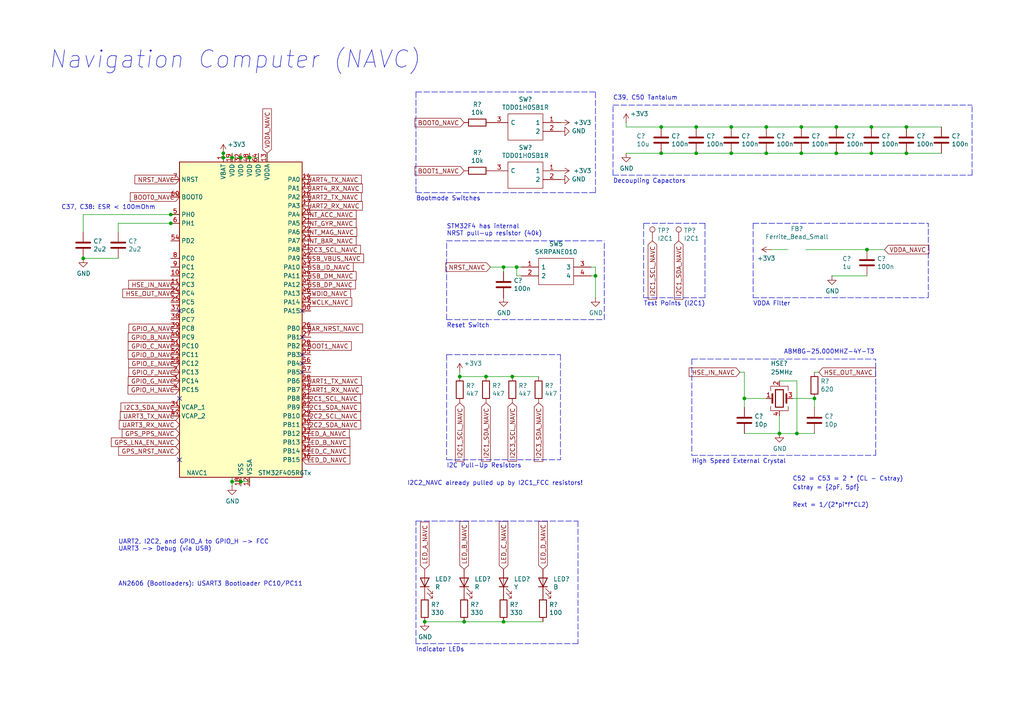
<source format=kicad_sch>
(kicad_sch (version 20250114) (generator "eeschema") (generator_version "9.0")
  (paper "A4")
  (title_block (title "Navigation Computer") (date "2019-10-27") (rev "0.1"))
  (lib_symbols
    (symbol "Connector:TestPoint" (pin_numbers (hide yes)) (pin_names (offset 0.762) (hide yes))
      (property "Reference" "TP" (at 0 6.858 0))
      (property "Value" "TestPoint" (at 0 5.08 0))
      (symbol "TestPoint_0_1"
        (circle (center 0 3.302) (radius 0.762))
      )
      (symbol "TestPoint_1_1"
        (pin passive line (at 0 0 90) (length 2.54) (name "1") (number "1"))
      )
    )
    (symbol "Device:C" (pin_numbers (hide yes)) (pin_names (offset 0.254))
      (property "Reference" "C" (at 0.635 2.54 0))
      (property "Value" "C" (at 0.635 -2.54 0))
      (symbol "C_0_1"
        (polyline (pts (xy -2.032 0.762) (xy 2.032 0.762)) (stroke (width 0.508)))
        (polyline (pts (xy -2.032 -0.762) (xy 2.032 -0.762)) (stroke (width 0.508)))
      )
      (symbol "C_1_1"
        (pin passive line (at 0 3.81 270) (length 2.794) (name "~") (number "1"))
        (pin passive line (at 0 -3.81 90) (length 2.794) (name "~") (number "2"))
      )
    )
    (symbol "Device:Crystal_GND24" (pin_names (offset 1.016) (hide yes))
      (property "Reference" "Y" (at 3.175 5.08 0))
      (property "Value" "Crystal_GND24" (at 3.175 3.175 0))
      (symbol "Crystal_GND24_0_1"
        (polyline (pts (xy -2.54 2.286) (xy -2.54 3.556) (xy 2.54 3.556) (xy 2.54 2.286)))
        (polyline (pts (xy -2.54 0) (xy -2.032 0)))
        (polyline (pts (xy -2.54 -2.286) (xy -2.54 -3.556) (xy 2.54 -3.556) (xy 2.54 -2.286)))
        (polyline (pts (xy -2.032 -1.27) (xy -2.032 1.27)) (stroke (width 0.508)))
        (rectangle (start -1.143 2.54) (end 1.143 -2.54) (stroke (width 0.3048)))
        (polyline (pts (xy 0 3.556) (xy 0 3.81)))
        (polyline (pts (xy 0 -3.81) (xy 0 -3.556)))
        (polyline (pts (xy 2.032 0) (xy 2.54 0)))
        (polyline (pts (xy 2.032 -1.27) (xy 2.032 1.27)) (stroke (width 0.508)))
      )
      (symbol "Crystal_GND24_1_1"
        (pin passive line (at -3.81 0 0) (length 1.27) (name "1") (number "1"))
        (pin passive line (at 0 5.08 270) (length 1.27) (name "2") (number "2"))
        (pin passive line (at 0 -5.08 90) (length 1.27) (name "4") (number "4"))
        (pin passive line (at 3.81 0 180) (length 1.27) (name "3") (number "3"))
      )
    )
    (symbol "Device:LED" (pin_numbers (hide yes)) (pin_names (offset 1.016) (hide yes))
      (property "Reference" "D" (at 0 2.54 0))
      (property "Value" "LED" (at 0 -2.54 0))
      (symbol "LED_0_1"
        (polyline (pts (xy -3.048 -0.762) (xy -4.572 -2.286) (xy -3.81 -2.286) (xy -4.572 -2.286) (xy -4.572 -1.524)))
        (polyline (pts (xy -1.778 -0.762) (xy -3.302 -2.286) (xy -2.54 -2.286) (xy -3.302 -2.286) (xy -3.302 -1.524)))
        (polyline (pts (xy -1.27 0) (xy 1.27 0)))
        (polyline (pts (xy -1.27 -1.27) (xy -1.27 1.27)) (stroke (width 0.254)))
        (polyline (pts (xy 1.27 -1.27) (xy 1.27 1.27) (xy -1.27 0) (xy 1.27 -1.27)) (stroke (width 0.254)))
      )
      (symbol "LED_1_1"
        (pin passive line (at -3.81 0 0) (length 2.54) (name "K") (number "1"))
        (pin passive line (at 3.81 0 180) (length 2.54) (name "A") (number "2"))
      )
    )
    (symbol "Device:R" (pin_numbers (hide yes)) (pin_names (offset 0))
      (property "Reference" "R" (at 2.032 0 90))
      (property "Value" "R" (at 0 0 90))
      (symbol "R_0_1"
        (rectangle (start -1.016 -2.54) (end 1.016 2.54) (stroke (width 0.254)))
      )
      (symbol "R_1_1"
        (pin passive line (at 0 3.81 270) (length 1.27) (name "~") (number "1"))
        (pin passive line (at 0 -3.81 90) (length 1.27) (name "~") (number "2"))
      )
    )
    (symbol "MCU_ST_STM32F4:STM32F405RGTx"
      (property "Reference" "U" (at -17.78 46.99 0))
      (property "Value" "STM32F405RGTx" (at 10.16 46.99 0))
      (symbol "STM32F405RGTx_0_1"
        (rectangle (start -17.78 -45.72) (end 17.78 45.72) (stroke (width 0.254)) (fill (type background)))
      )
      (symbol "STM32F405RGTx_1_1"
        (pin input line (at -20.32 40.64 0) (length 2.54) (name "NRST") (number "7"))
        (pin input line (at -20.32 35.56 0) (length 2.54) (name "BOOT0") (number "60"))
        (pin bidirectional line (at -20.32 30.48 0) (length 2.54) (name "PH0") (number "5"))
        (pin bidirectional line (at -20.32 27.94 0) (length 2.54) (name "PH1") (number "6"))
        (pin bidirectional line (at -20.32 22.86 0) (length 2.54) (name "PD2") (number "54"))
        (pin bidirectional line (at -20.32 17.78 0) (length 2.54) (name "PC0") (number "8"))
        (pin bidirectional line (at -20.32 15.24 0) (length 2.54) (name "PC1") (number "9"))
        (pin bidirectional line (at -20.32 12.7 0) (length 2.54) (name "PC2") (number "10"))
        (pin bidirectional line (at -20.32 10.16 0) (length 2.54) (name "PC3") (number "11"))
        (pin bidirectional line (at -20.32 7.62 0) (length 2.54) (name "PC4") (number "24"))
        (pin bidirectional line (at -20.32 5.08 0) (length 2.54) (name "PC5") (number "25"))
        (pin bidirectional line (at -20.32 2.54 0) (length 2.54) (name "PC6") (number "37"))
        (pin bidirectional line (at -20.32 0 0) (length 2.54) (name "PC7") (number "38"))
        (pin bidirectional line (at -20.32 -2.54 0) (length 2.54) (name "PC8") (number "39"))
        (pin bidirectional line (at -20.32 -5.08 0) (length 2.54) (name "PC9") (number "40"))
        (pin bidirectional line (at -20.32 -7.62 0) (length 2.54) (name "PC10") (number "51"))
        (pin bidirectional line (at -20.32 -10.16 0) (length 2.54) (name "PC11") (number "52"))
        (pin bidirectional line (at -20.32 -12.7 0) (length 2.54) (name "PC12") (number "53"))
        (pin bidirectional line (at -20.32 -15.24 0) (length 2.54) (name "PC13") (number "2"))
        (pin bidirectional line (at -20.32 -17.78 0) (length 2.54) (name "PC14") (number "3"))
        (pin bidirectional line (at -20.32 -20.32 0) (length 2.54) (name "PC15") (number "4"))
        (pin power_out line (at -20.32 -25.4 0) (length 2.54) (name "VCAP_1") (number "31"))
        (pin power_out line (at -20.32 -27.94 0) (length 2.54) (name "VCAP_2") (number "47"))
        (pin power_in line (at -5.08 48.26 270) (length 2.54) (name "VBAT") (number "1"))
        (pin power_in line (at -2.54 48.26 270) (length 2.54) (name "VDD") (number "19"))
        (pin power_in line (at 0 48.26 270) (length 2.54) (name "VDD") (number "32"))
        (pin power_in line (at 0 -48.26 90) (length 2.54) (name "VSS") (number "18"))
        (pin passive line (at 0 -48.26 90) (length 2.54) (hide yes) (name "VSS") (number "63"))
        (pin power_in line (at 2.54 48.26 270) (length 2.54) (name "VDD") (number "48"))
        (pin power_in line (at 2.54 -48.26 90) (length 2.54) (name "VSSA") (number "12"))
        (pin power_in line (at 5.08 48.26 270) (length 2.54) (name "VDD") (number "64"))
        (pin power_in line (at 7.62 48.26 270) (length 2.54) (name "VDDA") (number "13"))
        (pin bidirectional line (at 20.32 40.64 180) (length 2.54) (name "PA0") (number "14"))
        (pin bidirectional line (at 20.32 38.1 180) (length 2.54) (name "PA1") (number "15"))
        (pin bidirectional line (at 20.32 35.56 180) (length 2.54) (name "PA2") (number "16"))
        (pin bidirectional line (at 20.32 33.02 180) (length 2.54) (name "PA3") (number "17"))
        (pin bidirectional line (at 20.32 30.48 180) (length 2.54) (name "PA4") (number "20"))
        (pin bidirectional line (at 20.32 27.94 180) (length 2.54) (name "PA5") (number "21"))
        (pin bidirectional line (at 20.32 25.4 180) (length 2.54) (name "PA6") (number "22"))
        (pin bidirectional line (at 20.32 22.86 180) (length 2.54) (name "PA7") (number "23"))
        (pin bidirectional line (at 20.32 20.32 180) (length 2.54) (name "PA8") (number "41"))
        (pin bidirectional line (at 20.32 17.78 180) (length 2.54) (name "PA9") (number "42"))
        (pin bidirectional line (at 20.32 15.24 180) (length 2.54) (name "PA10") (number "43"))
        (pin bidirectional line (at 20.32 12.7 180) (length 2.54) (name "PA11") (number "44"))
        (pin bidirectional line (at 20.32 10.16 180) (length 2.54) (name "PA12") (number "45"))
        (pin bidirectional line (at 20.32 7.62 180) (length 2.54) (name "PA13") (number "46"))
        (pin bidirectional line (at 20.32 5.08 180) (length 2.54) (name "PA14") (number "49"))
        (pin bidirectional line (at 20.32 2.54 180) (length 2.54) (name "PA15") (number "50"))
        (pin bidirectional line (at 20.32 -2.54 180) (length 2.54) (name "PB0") (number "26"))
        (pin bidirectional line (at 20.32 -5.08 180) (length 2.54) (name "PB1") (number "27"))
        (pin bidirectional line (at 20.32 -7.62 180) (length 2.54) (name "PB2") (number "28"))
        (pin bidirectional line (at 20.32 -10.16 180) (length 2.54) (name "PB3") (number "55"))
        (pin bidirectional line (at 20.32 -12.7 180) (length 2.54) (name "PB4") (number "56"))
        (pin bidirectional line (at 20.32 -15.24 180) (length 2.54) (name "PB5") (number "57"))
        (pin bidirectional line (at 20.32 -17.78 180) (length 2.54) (name "PB6") (number "58"))
        (pin bidirectional line (at 20.32 -20.32 180) (length 2.54) (name "PB7") (number "59"))
        (pin bidirectional line (at 20.32 -22.86 180) (length 2.54) (name "PB8") (number "61"))
        (pin bidirectional line (at 20.32 -25.4 180) (length 2.54) (name "PB9") (number "62"))
        (pin bidirectional line (at 20.32 -27.94 180) (length 2.54) (name "PB10") (number "29"))
        (pin bidirectional line (at 20.32 -30.48 180) (length 2.54) (name "PB11") (number "30"))
        (pin bidirectional line (at 20.32 -33.02 180) (length 2.54) (name "PB12") (number "33"))
        (pin bidirectional line (at 20.32 -35.56 180) (length 2.54) (name "PB13") (number "34"))
        (pin bidirectional line (at 20.32 -38.1 180) (length 2.54) (name "PB14") (number "35"))
        (pin bidirectional line (at 20.32 -40.64 180) (length 2.54) (name "PB15") (number "36"))
      )
    )
    (symbol "SKRPANE010:SKRPANE010" (pin_names (offset 0.762))
      (property "Reference" "S" (at 16.51 7.62 0))
      (property "Value" "SKRPANE010" (at 16.51 5.08 0))
      (symbol "SKRPANE010_0_0"
        (pin unspecified line (at 0 0 0) (length 5.08) (name "1") (number "1"))
        (pin unspecified line (at 0 -2.54 0) (length 5.08) (name "2") (number "2"))
        (pin unspecified line (at 20.32 0 180) (length 5.08) (name "3") (number "3"))
        (pin unspecified line (at 20.32 -2.54 180) (length 5.08) (name "4") (number "4"))
      )
      (symbol "SKRPANE010_0_1"
        (polyline (pts (xy 5.08 2.54) (xy 15.24 2.54) (xy 15.24 -5.08) (xy 5.08 -5.08) (xy 5.08 2.54)) (stroke (width 0.1524)))
      )
    )
    (symbol "TDD01H0SB1R:TDD01H0SB1R" (pin_names (offset 0.762))
      (property "Reference" "S" (at 16.51 7.62 0))
      (property "Value" "TDD01H0SB1R" (at 16.51 5.08 0))
      (symbol "TDD01H0SB1R_0_0"
        (pin unspecified line (at 0 0 0) (length 5.08) (name "1") (number "1"))
        (pin unspecified line (at 0 -2.54 0) (length 5.08) (name "2") (number "2"))
        (pin unspecified line (at 20.32 0 180) (length 5.08) (name "C") (number "3"))
      )
      (symbol "TDD01H0SB1R_0_1"
        (polyline (pts (xy 5.08 2.54) (xy 15.24 2.54) (xy 15.24 -5.08) (xy 5.08 -5.08) (xy 5.08 2.54)) (stroke (width 0.1524)))
      )
    )
    (symbol "power:+3V3" (power) (pin_numbers (hide yes)) (pin_names (offset 0) (hide yes))
      (property "Value" "+3V3" (at 0 3.556 0))
      (symbol "+3V3_0_1"
        (polyline (pts (xy -0.762 1.27) (xy 0 2.54)))
        (polyline (pts (xy 0 2.54) (xy 0.762 1.27)))
        (polyline (pts (xy 0 0) (xy 0 2.54)))
      )
      (symbol "+3V3_1_1"
        (pin power_in line (at 0 0 90) (length 0) (name "~") (number "1"))
      )
    )
    (symbol "power:GND" (power) (pin_numbers (hide yes)) (pin_names (offset 0) (hide yes))
      (property "Value" "GND" (at 0 -3.81 0))
      (symbol "GND_0_1"
        (polyline (pts (xy 0 0) (xy 0 -1.27) (xy 1.27 -1.27) (xy 0 -2.54) (xy -1.27 -1.27) (xy 0 -1.27)))
      )
      (symbol "GND_1_1"
        (pin power_in line (at 0 0 270) (length 0) (name "~") (number "1"))
      )
    )
  )
  (text "Cstray = {2pF, 5pf}" (at 229.87 142.24 0) (effects (font (size 1.27 1.27)) (justify left bottom)))
  (text "UART2, I2C2, and GPIO_A to GPIO_H -> FCC\nUART3 -> Debug (via USB)\n" (at 34.29 160.02 0) (effects (font (size 1.27 1.27)) (justify left bottom)))
  (text "Indicator LEDs" (at 120.65 189.23 0) (effects (font (size 1.27 1.27)) (justify left bottom)))
  (text "I2C Pull-Up Resistors" (at 129.54 135.89 0) (effects (font (size 1.27 1.27)) (justify left bottom)))
  (text "C39, C50 Tantalum" (at 177.8 29.21 0) (effects (font (size 1.27 1.27)) (justify left bottom)))
  (text "Rext = 1/(2*pi*f*CL2)" (at 229.87 147.32 0) (effects (font (size 1.27 1.27)) (justify left bottom)))
  (text "C52 = C53 = 2 * (CL - Cstray)" (at 229.87 139.7 0) (effects (font (size 1.27 1.27)) (justify left bottom)))
  (text "ABM8G-25.000MHZ-4Y-T3" (at 227.33 102.87 0) (effects (font (size 1.27 1.27)) (justify left bottom)))
  (text "Reset Switch" (at 129.54 95.25 0) (effects (font (size 1.27 1.27)) (justify left bottom)))
  (text "High Speed External Crystal" (at 200.66 134.62 0) (effects (font (size 1.27 1.27)) (justify left bottom)))
  (text "Decoupling Capactors" (at 177.8 53.34 0) (effects (font (size 1.27 1.27)) (justify left bottom)))
  (text "Navigation Computer (NAVC)" (at 13.97 20.32 0) (effects (font (size 5.0038 5.0038) (italic yes)) (justify left bottom)))
  (text "VDDA Filter" (at 218.44 88.9 0) (effects (font (size 1.27 1.27)) (justify left bottom)))
  (text "C37, C38: ESR < 100mOhm" (at 17.78 60.96 0) (effects (font (size 1.27 1.27)) (justify left bottom)))
  (text "STM32F4 has internal\nNRST pull-up resistor (40k)" (at 129.54 68.58 0) (effects (font (size 1.27 1.27)) (justify left bottom)))
  (text "I2C2_NAVC already pulled up by I2C1_FCC resistors!" (at 118.11 140.97 0) (effects (font (size 1.27 1.27)) (justify left bottom)))
  (text "AN2606 (Bootloaders): USART3 Bootloader PC10/PC11" (at 34.29 170.18 0) (effects (font (size 1.27 1.27)) (justify left bottom)))
  (text "Test Points (I2C1)" (at 186.69 88.9 0) (effects (font (size 1.27 1.27)) (justify left bottom)))
  (text "Bootmode Switches" (at 120.65 58.42 0) (effects (font (size 1.27 1.27)) (justify left bottom)))
  (junction (at 201.93 44.45))
  (junction (at 232.41 44.45))
  (junction (at 72.39 45.72))
  (junction (at 201.93 36.83))
  (junction (at 242.57 36.83))
  (junction (at 69.85 45.72))
  (junction (at 215.9 115.57))
  (junction (at 172.72 80.01))
  (junction (at 231.14 125.73))
  (junction (at 67.31 139.7))
  (junction (at 251.46 72.39))
  (junction (at 64.77 44.45))
  (junction (at 149.86 77.47))
  (junction (at 242.57 44.45))
  (junction (at 232.41 36.83))
  (junction (at 49.53 62.23))
  (junction (at 64.77 45.72))
  (junction (at 69.85 139.7))
  (junction (at 148.59 109.22))
  (junction (at 133.35 109.22))
  (junction (at 252.73 36.83))
  (junction (at 140.97 109.22))
  (junction (at 236.22 115.57))
  (junction (at 49.53 64.77))
  (junction (at 146.05 180.34))
  (junction (at 134.62 180.34))
  (junction (at 191.77 36.83))
  (junction (at 191.77 44.45))
  (junction (at 212.09 36.83))
  (junction (at 226.06 125.73))
  (junction (at 123.19 180.34))
  (junction (at 24.13 74.93))
  (junction (at 146.05 77.47))
  (junction (at 222.25 44.45))
  (junction (at 262.89 36.83))
  (junction (at 67.31 45.72))
  (junction (at 212.09 44.45))
  (junction (at 262.89 44.45))
  (junction (at 222.25 36.83))
  (junction (at 252.73 44.45))
  (no_connect (at 87.63 105.41))
  (no_connect (at 52.07 133.35))
  (no_connect (at 87.63 97.79))
  (no_connect (at 87.63 102.87))
  (no_connect (at 52.07 90.17))
  (no_connect (at 52.07 115.57))
  (no_connect (at 87.63 90.17))
  (no_connect (at 87.63 107.95))
  (wire (pts (xy 142.24 77.47) (xy 146.05 77.47)))
  (polyline (pts (xy 172.72 55.88) (xy 172.72 26.67)) (stroke (width 0) (type dash)))
  (wire (pts (xy 67.31 45.72) (xy 67.31 46.99)))
  (wire (pts (xy 64.77 44.45) (xy 64.77 45.72)))
  (wire (pts (xy 74.93 45.72) (xy 72.39 45.72)))
  (polyline (pts (xy 129.54 69.85) (xy 175.26 69.85)) (stroke (width 0) (type dash)))
  (polyline (pts (xy 129.54 92.71) (xy 129.54 69.85)) (stroke (width 0) (type dash)))
  (wire (pts (xy 69.85 45.72) (xy 67.31 45.72)))
  (wire (pts (xy 72.39 139.7) (xy 69.85 139.7)))
  (wire (pts (xy 181.61 35.56) (xy 181.61 36.83)))
  (polyline (pts (xy 204.47 64.77) (xy 186.69 64.77)) (stroke (width 0) (type dash)))
  (polyline (pts (xy 218.44 86.36) (xy 269.24 86.36)) (stroke (width 0) (type dash)))
  (wire (pts (xy 226.06 110.49) (xy 231.14 110.49)))
  (polyline (pts (xy 120.65 26.67) (xy 120.65 55.88)) (stroke (width 0) (type dash)))
  (polyline (pts (xy 269.24 86.36) (xy 269.24 64.77)) (stroke (width 0) (type dash)))
  (polyline (pts (xy 200.66 132.08) (xy 254 132.08)) (stroke (width 0) (type dash)))
  (polyline (pts (xy 218.44 64.77) (xy 269.24 64.77)) (stroke (width 0) (type dash)))
  (wire (pts (xy 212.09 44.45) (xy 201.93 44.45)))
  (wire (pts (xy 222.25 36.83) (xy 232.41 36.83)))
  (wire (pts (xy 149.86 80.01) (xy 149.86 77.47)))
  (wire (pts (xy 146.05 77.47) (xy 149.86 77.47)))
  (polyline (pts (xy 177.8 50.8) (xy 281.94 50.8)) (stroke (width 0) (type dash)))
  (polyline (pts (xy 120.65 26.67) (xy 172.72 26.67)) (stroke (width 0) (type dash)))
  (wire (pts (xy 69.85 139.7) (xy 67.31 139.7)))
  (polyline (pts (xy 200.66 104.14) (xy 254 104.14)) (stroke (width 0) (type dash)))
  (wire (pts (xy 231.14 125.73) (xy 226.06 125.73)))
  (wire (pts (xy 133.35 107.95) (xy 133.35 109.22)))
  (wire (pts (xy 134.62 180.34) (xy 146.05 180.34)))
  (polyline (pts (xy 254 132.08) (xy 254 104.14)) (stroke (width 0) (type dash)))
  (wire (pts (xy 34.29 64.77) (xy 34.29 67.31)))
  (wire (pts (xy 24.13 62.23) (xy 24.13 67.31)))
  (wire (pts (xy 172.72 80.01) (xy 172.72 86.36)))
  (wire (pts (xy 262.89 36.83) (xy 252.73 36.83)))
  (wire (pts (xy 34.29 74.93) (xy 24.13 74.93)))
  (polyline (pts (xy 186.69 86.36) (xy 204.47 86.36)) (stroke (width 0) (type dash)))
  (wire (pts (xy 232.41 44.45) (xy 222.25 44.45)))
  (polyline (pts (xy 200.66 104.14) (xy 200.66 132.08)) (stroke (width 0) (type dash)))
  (wire (pts (xy 77.47 44.45) (xy 77.47 46.99)))
  (wire (pts (xy 215.9 115.57) (xy 222.25 115.57)))
  (wire (pts (xy 171.45 80.01) (xy 172.72 80.01)))
  (polyline (pts (xy 129.54 102.87) (xy 162.56 102.87)) (stroke (width 0) (type dash)))
  (wire (pts (xy 146.05 78.74) (xy 146.05 77.47)))
  (polyline (pts (xy 177.8 30.48) (xy 281.94 30.48)) (stroke (width 0) (type dash)))
  (wire (pts (xy 146.05 180.34) (xy 157.48 180.34)))
  (wire (pts (xy 262.89 44.45) (xy 252.73 44.45)))
  (wire (pts (xy 67.31 139.7) (xy 67.31 138.43)))
  (wire (pts (xy 273.05 44.45) (xy 262.89 44.45)))
  (wire (pts (xy 252.73 36.83) (xy 242.57 36.83)))
  (wire (pts (xy 201.93 44.45) (xy 191.77 44.45)))
  (polyline (pts (xy 129.54 102.87) (xy 129.54 133.35)) (stroke (width 0) (type dash)))
  (wire (pts (xy 151.13 80.01) (xy 149.86 80.01)))
  (wire (pts (xy 226.06 120.65) (xy 226.06 125.73)))
  (polyline (pts (xy 120.65 55.88) (xy 172.72 55.88)) (stroke (width 0) (type dash)))
  (wire (pts (xy 156.21 109.22) (xy 148.59 109.22)))
  (wire (pts (xy 242.57 36.83) (xy 232.41 36.83)))
  (wire (pts (xy 49.53 62.23) (xy 52.07 62.23)))
  (wire (pts (xy 67.31 140.97) (xy 67.31 139.7)))
  (wire (pts (xy 191.77 44.45) (xy 181.61 44.45)))
  (wire (pts (xy 251.46 80.01) (xy 241.3 80.01)))
  (polyline (pts (xy 167.64 186.69) (xy 120.65 186.69)) (stroke (width 0) (type dash)))
  (polyline (pts (xy 177.8 50.8) (xy 177.8 30.48)) (stroke (width 0) (type dash)))
  (wire (pts (xy 256.54 72.39) (xy 251.46 72.39)))
  (polyline (pts (xy 129.54 133.35) (xy 162.56 133.35)) (stroke (width 0) (type dash)))
  (wire (pts (xy 69.85 46.99) (xy 69.85 45.72)))
  (wire (pts (xy 72.39 45.72) (xy 69.85 45.72)))
  (polyline (pts (xy 186.69 64.77) (xy 186.69 86.36)) (stroke (width 0) (type dash)))
  (polyline (pts (xy 129.54 92.71) (xy 175.26 92.71)) (stroke (width 0) (type dash)))
  (polyline (pts (xy 167.64 151.13) (xy 167.64 186.69)) (stroke (width 0) (type dash)))
  (wire (pts (xy 64.77 45.72) (xy 64.77 46.99)))
  (wire (pts (xy 24.13 62.23) (xy 49.53 62.23)))
  (wire (pts (xy 236.22 118.11) (xy 236.22 115.57)))
  (wire (pts (xy 233.68 72.39) (xy 251.46 72.39)))
  (wire (pts (xy 215.9 107.95) (xy 214.63 107.95)))
  (wire (pts (xy 172.72 77.47) (xy 172.72 80.01)))
  (polyline (pts (xy 204.47 64.77) (xy 204.47 86.36)) (stroke (width 0) (type dash)))
  (wire (pts (xy 72.39 46.99) (xy 72.39 45.72)))
  (wire (pts (xy 215.9 118.11) (xy 215.9 115.57)))
  (wire (pts (xy 212.09 36.83) (xy 222.25 36.83)))
  (wire (pts (xy 148.59 109.22) (xy 140.97 109.22)))
  (wire (pts (xy 222.25 44.45) (xy 212.09 44.45)))
  (wire (pts (xy 69.85 138.43) (xy 69.85 139.7)))
  (wire (pts (xy 49.53 64.77) (xy 52.07 64.77)))
  (wire (pts (xy 171.45 77.47) (xy 172.72 77.47)))
  (wire (pts (xy 215.9 107.95) (xy 215.9 115.57)))
  (wire (pts (xy 215.9 125.73) (xy 226.06 125.73)))
  (wire (pts (xy 140.97 109.22) (xy 133.35 109.22)))
  (wire (pts (xy 273.05 36.83) (xy 262.89 36.83)))
  (wire (pts (xy 149.86 77.47) (xy 151.13 77.47)))
  (wire (pts (xy 181.61 36.83) (xy 191.77 36.83)))
  (wire (pts (xy 123.19 180.34) (xy 134.62 180.34)))
  (wire (pts (xy 201.93 36.83) (xy 212.09 36.83)))
  (polyline (pts (xy 120.65 186.69) (xy 120.65 151.13)) (stroke (width 0) (type dash)))
  (wire (pts (xy 237.49 107.95) (xy 236.22 107.95)))
  (polyline (pts (xy 281.94 50.8) (xy 281.94 30.48)) (stroke (width 0) (type dash)))
  (wire (pts (xy 34.29 64.77) (xy 49.53 64.77)))
  (polyline (pts (xy 120.65 151.13) (xy 167.64 151.13)) (stroke (width 0) (type dash)))
  (wire (pts (xy 231.14 110.49) (xy 231.14 125.73)))
  (wire (pts (xy 223.52 72.39) (xy 228.6 72.39)))
  (wire (pts (xy 252.73 44.45) (xy 242.57 44.45)))
  (wire (pts (xy 236.22 115.57) (xy 229.87 115.57)))
  (wire (pts (xy 64.77 45.72) (xy 67.31 45.72)))
  (wire (pts (xy 72.39 138.43) (xy 72.39 139.7)))
  (wire (pts (xy 74.93 46.99) (xy 74.93 45.72)))
  (wire (pts (xy 242.57 44.45) (xy 232.41 44.45)))
  (polyline (pts (xy 162.56 102.87) (xy 162.56 133.35)) (stroke (width 0) (type dash)))
  (wire (pts (xy 236.22 125.73) (xy 231.14 125.73)))
  (polyline (pts (xy 218.44 64.77) (xy 218.44 86.36)) (stroke (width 0) (type dash)))
  (polyline (pts (xy 175.26 92.71) (xy 175.26 69.85)) (stroke (width 0) (type dash)))
  (wire (pts (xy 191.77 36.83) (xy 201.93 36.83)))
  (global_label "INT_MAG_NAVC" (shape input) (at 87.63 67.31 0) (property "Intersheetrefs" "${INTERSHEET_REFS}" (effects (hide yes))))
  (global_label "I2C3_SCL_NAVC" (shape input) (at 87.63 72.39 0) (property "Intersheetrefs" "${INTERSHEET_REFS}" (effects (hide yes))))
  (global_label "I2C2_SDA_NAVC" (shape input) (at 87.63 123.19 0) (property "Intersheetrefs" "${INTERSHEET_REFS}" (effects (hide yes))))
  (global_label "HSE_IN_NAVC" (shape input) (at 52.07 82.55 180) (property "Intersheetrefs" "${INTERSHEET_REFS}" (effects (hide yes))))
  (global_label "I2C3_SDA_NAVC" (shape input) (at 52.07 118.11 180) (property "Intersheetrefs" "${INTERSHEET_REFS}" (effects (hide yes))))
  (global_label "SWCLK_NAVC" (shape input) (at 87.63 87.63 0) (property "Intersheetrefs" "${INTERSHEET_REFS}" (effects (hide yes))))
  (global_label "GPIO_B_NAVC" (shape input) (at 52.07 97.79 180) (property "Intersheetrefs" "${INTERSHEET_REFS}" (effects (hide yes))))
  (global_label "VDDA_NAVC" (shape input) (at 77.47 44.45 90) (property "Intersheetrefs" "${INTERSHEET_REFS}" (effects (hide yes))))
  (global_label "USB_DP_NAVC" (shape input) (at 87.63 82.55 0) (property "Intersheetrefs" "${INTERSHEET_REFS}" (effects (hide yes))))
  (global_label "UART1_TX_NAVC" (shape input) (at 87.63 110.49 0) (property "Intersheetrefs" "${INTERSHEET_REFS}" (effects (hide yes))))
  (global_label "INT_BAR_NAVC" (shape input) (at 87.63 69.85 0) (property "Intersheetrefs" "${INTERSHEET_REFS}" (effects (hide yes))))
  (global_label "USB_DM_NAVC" (shape input) (at 87.63 80.01 0) (property "Intersheetrefs" "${INTERSHEET_REFS}" (effects (hide yes))))
  (global_label "GPIO_G_NAVC" (shape input) (at 52.07 110.49 180) (property "Intersheetrefs" "${INTERSHEET_REFS}" (effects (hide yes))))
  (global_label "GPS_LNA_EN_NAVC" (shape input) (at 52.07 128.27 180) (property "Intersheetrefs" "${INTERSHEET_REFS}" (effects (hide yes))))
  (global_label "UART2_TX_NAVC" (shape input) (at 87.63 57.15 0) (property "Intersheetrefs" "${INTERSHEET_REFS}" (effects (hide yes))))
  (global_label "INT_GYR_NAVC" (shape input) (at 87.63 64.77 0) (property "Intersheetrefs" "${INTERSHEET_REFS}" (effects (hide yes))))
  (global_label "LED_B_NAVC" (shape input) (at 87.63 128.27 0) (property "Intersheetrefs" "${INTERSHEET_REFS}" (effects (hide yes))))
  (global_label "I2C1_SCL_NAVC" (shape input) (at 87.63 115.57 0) (property "Intersheetrefs" "${INTERSHEET_REFS}" (effects (hide yes))))
  (global_label "GPS_PPS_NAVC" (shape input) (at 52.07 125.73 180) (property "Intersheetrefs" "${INTERSHEET_REFS}" (effects (hide yes))))
  (global_label "LED_D_NAVC" (shape input) (at 157.48 165.1 90) (property "Intersheetrefs" "${INTERSHEET_REFS}" (effects (hide yes))))
  (global_label "I2C1_SDA_NAVC" (shape input) (at 140.97 116.84 270) (property "Intersheetrefs" "${INTERSHEET_REFS}" (effects (hide yes))))
  (global_label "BAR_NRST_NAVC" (shape input) (at 87.63 95.25 0) (property "Intersheetrefs" "${INTERSHEET_REFS}" (effects (hide yes))))
  (global_label "I2C1_SDA_NAVC" (shape input) (at 196.85 69.85 270) (property "Intersheetrefs" "${INTERSHEET_REFS}" (effects (hide yes))))
  (global_label "VDDA_NAVC" (shape input) (at 256.54 72.39 0) (property "Intersheetrefs" "${INTERSHEET_REFS}" (effects (hide yes))))
  (global_label "LED_A_NAVC" (shape input) (at 123.19 165.1 90) (property "Intersheetrefs" "${INTERSHEET_REFS}" (effects (hide yes))))
  (global_label "I2C3_SCL_NAVC" (shape input) (at 148.59 116.84 270) (property "Intersheetrefs" "${INTERSHEET_REFS}" (effects (hide yes))))
  (global_label "GPIO_C_NAVC" (shape input) (at 52.07 100.33 180) (property "Intersheetrefs" "${INTERSHEET_REFS}" (effects (hide yes))))
  (global_label "INT_ACC_NAVC" (shape input) (at 87.63 62.23 0) (property "Intersheetrefs" "${INTERSHEET_REFS}" (effects (hide yes))))
  (global_label "I2C1_SCL_NAVC" (shape input) (at 133.35 116.84 270) (property "Intersheetrefs" "${INTERSHEET_REFS}" (effects (hide yes))))
  (global_label "GPIO_F_NAVC" (shape input) (at 52.07 107.95 180) (property "Intersheetrefs" "${INTERSHEET_REFS}" (effects (hide yes))))
  (global_label "UART4_TX_NAVC" (shape input) (at 87.63 52.07 0) (property "Intersheetrefs" "${INTERSHEET_REFS}" (effects (hide yes))))
  (global_label "HSE_OUT_NAVC" (shape input) (at 237.49 107.95 0) (property "Intersheetrefs" "${INTERSHEET_REFS}" (effects (hide yes))))
  (global_label "UART1_RX_NAVC" (shape input) (at 87.63 113.03 0) (property "Intersheetrefs" "${INTERSHEET_REFS}" (effects (hide yes))))
  (global_label "NRST_NAVC" (shape input) (at 52.07 52.07 180) (property "Intersheetrefs" "${INTERSHEET_REFS}" (effects (hide yes))))
  (global_label "I2C1_SCL_NAVC" (shape input) (at 189.23 69.85 270) (property "Intersheetrefs" "${INTERSHEET_REFS}" (effects (hide yes))))
  (global_label "GPIO_E_NAVC" (shape input) (at 52.07 105.41 180) (property "Intersheetrefs" "${INTERSHEET_REFS}" (effects (hide yes))))
  (global_label "LED_C_NAVC" (shape input) (at 146.05 165.1 90) (property "Intersheetrefs" "${INTERSHEET_REFS}" (effects (hide yes))))
  (global_label "LED_C_NAVC" (shape input) (at 87.63 130.81 0) (property "Intersheetrefs" "${INTERSHEET_REFS}" (effects (hide yes))))
  (global_label "SWDIO_NAVC" (shape input) (at 87.63 85.09 0) (property "Intersheetrefs" "${INTERSHEET_REFS}" (effects (hide yes))))
  (global_label "GPIO_H_NAVC" (shape input) (at 52.07 113.03 180) (property "Intersheetrefs" "${INTERSHEET_REFS}" (effects (hide yes))))
  (global_label "HSE_OUT_NAVC" (shape input) (at 52.07 85.09 180) (property "Intersheetrefs" "${INTERSHEET_REFS}" (effects (hide yes))))
  (global_label "LED_D_NAVC" (shape input) (at 87.63 133.35 0) (property "Intersheetrefs" "${INTERSHEET_REFS}" (effects (hide yes))))
  (global_label "GPS_NRST_NAVC" (shape input) (at 52.07 130.81 180) (property "Intersheetrefs" "${INTERSHEET_REFS}" (effects (hide yes))))
  (global_label "I2C1_SDA_NAVC" (shape input) (at 87.63 118.11 0) (property "Intersheetrefs" "${INTERSHEET_REFS}" (effects (hide yes))))
  (global_label "UART4_RX_NAVC" (shape input) (at 87.63 54.61 0) (property "Intersheetrefs" "${INTERSHEET_REFS}" (effects (hide yes))))
  (global_label "UART3_TX_NAVC" (shape input) (at 52.07 120.65 180) (property "Intersheetrefs" "${INTERSHEET_REFS}" (effects (hide yes))))
  (global_label "BOOT0_NAVC" (shape input) (at 52.07 57.15 180) (property "Intersheetrefs" "${INTERSHEET_REFS}" (effects (hide yes))))
  (global_label "HSE_IN_NAVC" (shape input) (at 214.63 107.95 180) (property "Intersheetrefs" "${INTERSHEET_REFS}" (effects (hide yes))))
  (global_label "GPIO_D_NAVC" (shape input) (at 52.07 102.87 180) (property "Intersheetrefs" "${INTERSHEET_REFS}" (effects (hide yes))))
  (global_label "UART3_RX_NAVC" (shape input) (at 52.07 123.19 180) (property "Intersheetrefs" "${INTERSHEET_REFS}" (effects (hide yes))))
  (global_label "BOOT0_NAVC" (shape input) (at 134.62 35.56 180) (property "Intersheetrefs" "${INTERSHEET_REFS}" (effects (hide yes))))
  (global_label "BOOT1_NAVC" (shape input) (at 134.62 49.53 180) (property "Intersheetrefs" "${INTERSHEET_REFS}" (effects (hide yes))))
  (global_label "LED_A_NAVC" (shape input) (at 87.63 125.73 0) (property "Intersheetrefs" "${INTERSHEET_REFS}" (effects (hide yes))))
  (global_label "USB_VBUS_NAVC" (shape input) (at 87.63 74.93 0) (property "Intersheetrefs" "${INTERSHEET_REFS}" (effects (hide yes))))
  (global_label "I2C2_SCL_NAVC" (shape input) (at 87.63 120.65 0) (property "Intersheetrefs" "${INTERSHEET_REFS}" (effects (hide yes))))
  (global_label "I2C3_SDA_NAVC" (shape input) (at 156.21 116.84 270) (property "Intersheetrefs" "${INTERSHEET_REFS}" (effects (hide yes))))
  (global_label "UART2_RX_NAVC" (shape input) (at 87.63 59.69 0) (property "Intersheetrefs" "${INTERSHEET_REFS}" (effects (hide yes))))
  (global_label "LED_B_NAVC" (shape input) (at 134.62 165.1 90) (property "Intersheetrefs" "${INTERSHEET_REFS}" (effects (hide yes))))
  (global_label "BOOT1_NAVC" (shape input) (at 87.63 100.33 0) (property "Intersheetrefs" "${INTERSHEET_REFS}" (effects (hide yes))))
  (global_label "GPIO_A_NAVC" (shape input) (at 52.07 95.25 180) (property "Intersheetrefs" "${INTERSHEET_REFS}" (effects (hide yes))))
  (global_label "NRST_NAVC" (shape input) (at 142.24 77.47 180) (property "Intersheetrefs" "${INTERSHEET_REFS}" (effects (hide yes))))
  (global_label "USB_ID_NAVC" (shape input) (at 87.63 77.47 0) (property "Intersheetrefs" "${INTERSHEET_REFS}" (effects (hide yes))))
  (symbol (lib_id "Device:C") (at 242.57 40.64 0) (unit 1)
    (property "Reference" "C45" (at 245.491 39.4716 0) (effects (justify left)))
    (property "Value" "100n" (at 245.491 41.783 0) (effects (justify left)))
    (property "Footprint" "Capacitor_SMD:C_0402_1005Metric" (effects (hide yes)))
    (instances (project "" (path "" (reference "C?") (unit 1)) (path "" (reference "C45") (unit 1))))
  )
  (symbol (lib_id "Device:C") (at 252.73 40.64 0) (unit 1)
    (property "Reference" "C46" (at 255.651 39.4716 0) (effects (justify left)))
    (property "Value" "100n" (at 255.651 41.783 0) (effects (justify left)))
    (property "Footprint" "Capacitor_SMD:C_0402_1005Metric" (effects (hide yes)))
    (instances (project "" (path "" (reference "C?") (unit 1)) (path "" (reference "C46") (unit 1))))
  )
  (symbol (lib_id "Device:C") (at 262.89 40.64 0) (unit 1)
    (property "Reference" "C47" (at 265.811 39.4716 0) (effects (justify left)))
    (property "Value" "100n" (at 265.811 41.783 0) (effects (justify left)))
    (property "Footprint" "Capacitor_SMD:C_0402_1005Metric" (effects (hide yes)))
    (instances (project "" (path "" (reference "C?") (unit 1)) (path "" (reference "C47") (unit 1))))
  )
  (symbol (lib_id "Device:C") (at 273.05 40.64 0) (unit 1)
    (property "Reference" "C48" (at 275.971 39.4716 0) (effects (justify left)))
    (property "Value" "100n" (at 275.971 41.783 0) (effects (justify left)))
    (property "Footprint" "Capacitor_SMD:C_0402_1005Metric" (effects (hide yes)))
    (instances (project "" (path "" (reference "C?") (unit 1)) (path "" (reference "C48") (unit 1))))
  )
  (symbol (lib_id "power:+3V3") (at 64.77 44.45 0) (unit 1)
    (property "Reference" "#PWR042" (effects (hide yes)))
    (property "Value" "+3V3" (at 68.58 41.91 0))
    (instances (project "" (path "" (reference "#PWR?") (unit 1)) (path "" (reference "#PWR042") (unit 1))))
  )
  (symbol (lib_id "power:+3V3") (at 181.61 35.56 0) (unit 1)
    (property "Reference" "#PWR054" (effects (hide yes)))
    (property "Value" "+3V3" (at 185.42 33.02 0))
    (instances (project "" (path "" (reference "#PWR?") (unit 1)) (path "" (reference "#PWR054") (unit 1))))
  )
  (symbol (lib_id "power:+3V3") (at 223.52 72.39 90) (unit 1)
    (property "Reference" "#PWR055" (effects (hide yes)))
    (property "Value" "+3V3" (at 222.25 74.93 90))
    (instances (project "" (path "" (reference "#PWR?") (unit 1)) (path "" (reference "#PWR055") (unit 1))))
  )
  (symbol (lib_id "power:+3V3") (at 133.35 107.95 0) (unit 1)
    (property "Reference" "#PWR044" (effects (hide yes)))
    (property "Value" "+3V3" (at 137.16 105.41 0))
    (instances (project "" (path "" (reference "#PWR?") (unit 1)) (path "" (reference "#PWR044") (unit 1))))
  )
  (symbol (lib_id "power:+3V3") (at 162.56 35.56 270) (unit 1)
    (property "Reference" "#PWR050" (effects (hide yes)))
    (property "Value" "+3V3" (at 168.91 35.56 90))
    (instances (project "" (path "" (reference "#PWR?") (unit 1)) (path "" (reference "#PWR050") (unit 1))))
  )
  (symbol (lib_id "power:+3V3") (at 162.56 49.53 270) (unit 1)
    (property "Reference" "#PWR051" (effects (hide yes)))
    (property "Value" "+3V3" (at 168.91 49.53 90))
    (instances (project "" (path "" (reference "#PWR?") (unit 1)) (path "" (reference "#PWR051") (unit 1))))
  )
  (symbol (lib_id "SKRPANE010:SKRPANE010") (at 151.13 77.47 0) (unit 1)
    (property "Reference" "SW5" (at 161.29 70.739 0))
    (property "Value" "SKRPANE010" (at 161.29 73.0504 0))
    (property "Footprint" "SKRPANE010:SKRPADE010" (effects (hide yes)))
    (property "Datasheet" "https://www.alps.com/prod/info/E/HTML/Tact/SurfaceMount/SKRP/SKRPANE010.html" (effects (hide yes)))
    (property "Description" "Tactile Switches 500mOhm 1.57N 16VDC 4.2X3.2X2.5MM 50mA" (effects (hide yes)))
    (property "Height" "2" (effects (hide yes)))
    (property "Manufacturer_Name" "ALPS" (effects (hide yes)))
    (property "Manufacturer_Part_Number" "SKRPANE010" (effects (hide yes)))
    (property "Mouser Part Number" "688-SKRPANE010" (effects (hide yes)))
    (property "Mouser Price/Stock" "https://www.mouser.com/Search/Refine.aspx?Keyword=688-SKRPANE010" (effects (hide yes)))
  )
  (symbol (lib_id "MCU_ST_STM32F4:STM32F405RGTx") (at 69.85 92.71 0) (unit 1)
    (property "Reference" "NAVC1" (at 57.15 137.16 0))
    (property "Value" "STM32F405RGTx" (at 82.55 137.16 0))
    (property "Footprint" "Package_QFP:LQFP-64_10x10mm_P0.5mm" (effects (hide yes)))
    (property "Datasheet" "http://www.st.com/st-web-ui/static/active/en/resource/technical/document/datasheet/DM00037051.pdf" (effects (hide yes)))
  )
  (symbol (lib_id "Device:R") (at 133.35 113.03 0) (unit 1)
    (property "Reference" "R28" (at 135.128 111.8616 0) (effects (justify left)))
    (property "Value" "4k7" (at 135.128 114.173 0) (effects (justify left)))
    (property "Footprint" "Resistor_SMD:R_0402_1005Metric" (effects (hide yes)))
    (instances (project "" (path "" (reference "R?") (unit 1)) (path "" (reference "R?") (unit 1)) (path "" (reference "R28") (unit 1))))
  )
  (symbol (lib_id "Device:R") (at 140.97 113.03 0) (unit 1)
    (property "Reference" "R29" (at 142.748 111.8616 0) (effects (justify left)))
    (property "Value" "4k7" (at 142.748 114.173 0) (effects (justify left)))
    (property "Footprint" "Resistor_SMD:R_0402_1005Metric" (effects (hide yes)))
    (instances (project "" (path "" (reference "R?") (unit 1)) (path "" (reference "R?") (unit 1)) (path "" (reference "R29") (unit 1))))
  )
  (symbol (lib_id "Device:C") (at 191.77 40.64 0) (unit 1)
    (property "Reference" "C40" (at 194.691 39.4716 0) (effects (justify left)))
    (property "Value" "100n" (at 194.691 41.783 0) (effects (justify left)))
    (property "Footprint" "Capacitor_SMD:C_0402_1005Metric" (effects (hide yes)))
    (instances (project "" (path "" (reference "C?") (unit 1)) (path "" (reference "C40") (unit 1))))
  )
  (symbol (lib_id "Device:CP") (at 181.61 40.64 0) (unit 1)
    (property "Reference" "C39" (at 184.6072 39.4716 0) (effects (justify left)))
    (property "Value" "10u" (at 184.6072 41.783 0) (effects (justify left)))
    (property "Footprint" "Capacitor_SMD:C_0603_1608Metric" (effects (hide yes)))
    (instances (project "" (path "" (reference "C?") (unit 1)) (path "" (reference "C39") (unit 1))))
  )
  (symbol (lib_id "power:GND") (at 181.61 44.45 0) (unit 1)
    (property "Reference" "#PWR0119" (effects (hide yes)))
    (property "Value" "GND" (at 181.737 48.8442 0))
    (instances (project "" (path "" (reference "#PWR?") (unit 1)) (path "" (reference "#PWR0119") (unit 1))))
  )
  (symbol (lib_id "Device:C") (at 201.93 40.64 0) (unit 1)
    (property "Reference" "C41" (at 204.851 39.4716 0) (effects (justify left)))
    (property "Value" "100n" (at 204.851 41.783 0) (effects (justify left)))
    (property "Footprint" "Capacitor_SMD:C_0402_1005Metric" (effects (hide yes)))
    (instances (project "" (path "" (reference "C?") (unit 1)) (path "" (reference "C41") (unit 1))))
  )
  (symbol (lib_id "Device:C") (at 212.09 40.64 0) (unit 1)
    (property "Reference" "C42" (at 215.011 39.4716 0) (effects (justify left)))
    (property "Value" "100n" (at 215.011 41.783 0) (effects (justify left)))
    (property "Footprint" "Capacitor_SMD:C_0402_1005Metric" (effects (hide yes)))
    (instances (project "" (path "" (reference "C?") (unit 1)) (path "" (reference "C42") (unit 1))))
  )
  (symbol (lib_id "Device:C") (at 222.25 40.64 0) (unit 1)
    (property "Reference" "C43" (at 225.171 39.4716 0) (effects (justify left)))
    (property "Value" "100n" (at 225.171 41.783 0) (effects (justify left)))
    (property "Footprint" "Capacitor_SMD:C_0402_1005Metric" (effects (hide yes)))
    (instances (project "" (path "" (reference "C?") (unit 1)) (path "" (reference "C43") (unit 1))))
  )
  (symbol (lib_id "Device:C") (at 232.41 40.64 0) (unit 1)
    (property "Reference" "C44" (at 235.331 39.4716 0) (effects (justify left)))
    (property "Value" "100n" (at 235.331 41.783 0) (effects (justify left)))
    (property "Footprint" "Capacitor_SMD:C_0402_1005Metric" (effects (hide yes)))
    (instances (project "" (path "" (reference "C?") (unit 1)) (path "" (reference "C44") (unit 1))))
  )
  (symbol (lib_id "Device:CP") (at 241.3 76.2 0) (unit 1)
    (property "Reference" "C50" (at 244.2972 75.0316 0) (effects (justify left)))
    (property "Value" "1u" (at 244.2972 77.343 0) (effects (justify left)))
    (property "Footprint" "Capacitor_SMD:C_0603_1608Metric" (effects (hide yes)))
    (instances (project "" (path "" (reference "C?") (unit 1)) (path "" (reference "C50") (unit 1))))
  )
  (symbol (lib_id "Device:C") (at 251.46 76.2 0) (unit 1)
    (property "Reference" "C51" (at 254.381 75.0316 0) (effects (justify left)))
    (property "Value" "100n" (at 254.381 77.343 0) (effects (justify left)))
    (property "Footprint" "Capacitor_SMD:C_0402_1005Metric" (effects (hide yes)))
    (instances (project "" (path "" (reference "C?") (unit 1)) (path "" (reference "C51") (unit 1))))
  )
  (symbol (lib_id "power:GND") (at 241.3 80.01 0) (unit 1)
    (property "Reference" "#PWR0122" (effects (hide yes)))
    (property "Value" "GND" (at 241.427 84.4042 0))
    (instances (project "" (path "" (reference "#PWR?") (unit 1)) (path "" (reference "#PWR0122") (unit 1))))
  )
  (symbol (lib_id "Device:Ferrite_Bead_Small") (at 231.14 72.39 270) (unit 1)
    (property "Reference" "FB2" (at 231.14 66.3702 90))
    (property "Value" "Ferrite_Bead_Small" (at 231.14 68.6816 90))
    (property "Footprint" "Inductor_SMD:L_0402_1005Metric" (effects (hide yes)))
    (instances (project "" (path "" (reference "FB?") (unit 1)) (path "" (reference "FB2") (unit 1))))
  )
  (symbol (lib_id "power:GND") (at 172.72 86.36 0) (unit 1)
    (property "Reference" "#PWR0117" (effects (hide yes)))
    (property "Value" "GND" (at 172.847 90.7542 0))
    (instances (project "" (path "" (reference "#PWR?") (unit 1)) (path "" (reference "#PWR0117") (unit 1))))
  )
  (symbol (lib_id "Device:C") (at 146.05 82.55 0) (unit 1)
    (property "Reference" "C49" (at 148.971 81.3816 0) (effects (justify left)))
    (property "Value" "100n" (at 148.971 83.693 0) (effects (justify left)))
    (property "Footprint" "Capacitor_SMD:C_0402_1005Metric" (effects (hide yes)))
    (instances (project "" (path "" (reference "C?") (unit 1)) (path "" (reference "C49") (unit 1))))
  )
  (symbol (lib_id "power:GND") (at 146.05 86.36 0) (unit 1)
    (property "Reference" "#PWR0110" (effects (hide yes)))
    (property "Value" "GND" (at 146.177 90.7542 0))
    (instances (project "" (path "" (reference "#PWR?") (unit 1)) (path "" (reference "#PWR0110") (unit 1))))
  )
  (symbol (lib_id "power:GND") (at 226.06 125.73 0) (unit 1)
    (property "Reference" "#PWR0120" (effects (hide yes)))
    (property "Value" "GND" (at 226.187 130.1242 0))
    (instances (project "" (path "" (reference "#PWR?") (unit 1)) (path "" (reference "#PWR0120") (unit 1))))
  )
  (symbol (lib_id "Device:Crystal_GND24") (at 226.06 115.57 0) (unit 1)
    (property "Reference" "HSE2" (at 223.52 105.41 0) (effects (justify left)))
    (property "Value" "25MHz" (at 223.52 107.95 0) (effects (justify left)))
    (property "Footprint" "Crystal:Crystal_SMD_Abracon_ABM8G-4Pin_3.2x2.5mm" (effects (hide yes)))
    (instances (project "" (path "" (reference "HSE?") (unit 1)) (path "" (reference "HSE2") (unit 1))))
  )
  (symbol (lib_id "Device:C") (at 215.9 121.92 0) (unit 1)
    (property "Reference" "C52" (at 218.821 120.7516 0) (effects (justify left)))
    (property "Value" "10p" (at 218.821 123.063 0) (effects (justify left)))
    (property "Footprint" "Capacitor_SMD:C_0402_1005Metric" (effects (hide yes)))
    (instances (project "" (path "" (reference "C?") (unit 1)) (path "" (reference "C52") (unit 1))))
  )
  (symbol (lib_id "Device:C") (at 236.22 121.92 0) (unit 1)
    (property "Reference" "C53" (at 239.141 120.7516 0) (effects (justify left)))
    (property "Value" "10p" (at 239.141 123.063 0) (effects (justify left)))
    (property "Footprint" "Capacitor_SMD:C_0402_1005Metric" (effects (hide yes)))
    (instances (project "" (path "" (reference "C?") (unit 1)) (path "" (reference "C53") (unit 1))))
  )
  (symbol (lib_id "Device:R") (at 138.43 35.56 270) (unit 1)
    (property "Reference" "R26" (at 138.43 30.3022 90))
    (property "Value" "10k" (at 138.43 32.6136 90))
    (property "Footprint" "Resistor_SMD:R_0402_1005Metric" (effects (hide yes)))
    (instances (project "" (path "" (reference "R?") (unit 1)) (path "" (reference "R26") (unit 1))))
  )
  (symbol (lib_id "power:GND") (at 162.56 38.1 90) (unit 1)
    (property "Reference" "#PWR0113" (effects (hide yes)))
    (property "Value" "GND" (at 165.8112 37.973 90) (effects (justify right)))
    (instances (project "" (path "" (reference "#PWR?") (unit 1)) (path "" (reference "#PWR0113") (unit 1))))
  )
  (symbol (lib_id "Device:LED") (at 123.19 168.91 90) (unit 1)
    (property "Reference" "LED9" (at 126.1872 167.9448 90) (effects (justify right)))
    (property "Value" "R" (at 126.1872 170.2562 90) (effects (justify right)))
    (property "Footprint" "LED_SMD:LED_0603_1608Metric" (effects (hide yes)))
    (instances (project "" (path "" (reference "LED?") (unit 1)) (path "" (reference "LED9") (unit 1))))
  )
  (symbol (lib_id "Device:LED") (at 134.62 168.91 90) (unit 1)
    (property "Reference" "LED10" (at 137.6172 167.9448 90) (effects (justify right)))
    (property "Value" "R" (at 137.6172 170.2562 90) (effects (justify right)))
    (property "Footprint" "LED_SMD:LED_0603_1608Metric" (effects (hide yes)))
    (instances (project "" (path "" (reference "LED?") (unit 1)) (path "" (reference "LED10") (unit 1))))
  )
  (symbol (lib_id "Device:LED") (at 146.05 168.91 90) (unit 1)
    (property "Reference" "LED11" (at 149.0472 167.9448 90) (effects (justify right)))
    (property "Value" "Y" (at 149.0472 170.2562 90) (effects (justify right)))
    (property "Footprint" "LED_SMD:LED_0603_1608Metric" (effects (hide yes)))
    (instances (project "" (path "" (reference "LED?") (unit 1)) (path "" (reference "LED11") (unit 1))))
  )
  (symbol (lib_id "Device:LED") (at 157.48 168.91 90) (unit 1)
    (property "Reference" "LED12" (at 160.4772 167.9448 90) (effects (justify right)))
    (property "Value" "B" (at 160.4772 170.2562 90) (effects (justify right)))
    (property "Footprint" "LED_SMD:LED_0603_1608Metric" (effects (hide yes)))
    (instances (project "" (path "" (reference "LED?") (unit 1)) (path "" (reference "LED12") (unit 1))))
  )
  (symbol (lib_id "Device:R") (at 123.19 176.53 180) (unit 1)
    (property "Reference" "R33" (at 124.968 175.3616 0) (effects (justify right)))
    (property "Value" "330" (at 124.968 177.673 0) (effects (justify right)))
    (property "Footprint" "Resistor_SMD:R_0603_1608Metric" (effects (hide yes)))
    (instances (project "" (path "" (reference "R?") (unit 1)) (path "" (reference "R33") (unit 1))))
  )
  (symbol (lib_id "Device:R") (at 134.62 176.53 180) (unit 1)
    (property "Reference" "R34" (at 136.398 175.3616 0) (effects (justify right)))
    (property "Value" "330" (at 136.398 177.673 0) (effects (justify right)))
    (property "Footprint" "Resistor_SMD:R_0603_1608Metric" (effects (hide yes)))
    (instances (project "" (path "" (reference "R?") (unit 1)) (path "" (reference "R34") (unit 1))))
  )
  (symbol (lib_id "Device:R") (at 146.05 176.53 180) (unit 1)
    (property "Reference" "R35" (at 147.828 175.3616 0) (effects (justify right)))
    (property "Value" "330" (at 147.828 177.673 0) (effects (justify right)))
    (property "Footprint" "Resistor_SMD:R_0603_1608Metric" (effects (hide yes)))
    (instances (project "" (path "" (reference "R?") (unit 1)) (path "" (reference "R35") (unit 1))))
  )
  (symbol (lib_id "Device:R") (at 157.48 176.53 180) (unit 1)
    (property "Reference" "R36" (at 159.258 175.3616 0) (effects (justify right)))
    (property "Value" "100" (at 159.258 177.673 0) (effects (justify right)))
    (property "Footprint" "Resistor_SMD:R_0603_1608Metric" (effects (hide yes)))
    (instances (project "" (path "" (reference "R?") (unit 1)) (path "" (reference "R36") (unit 1))))
  )
  (symbol (lib_id "power:GND") (at 123.19 180.34 0) (unit 1)
    (property "Reference" "#PWR0108" (effects (hide yes)))
    (property "Value" "GND" (at 123.317 184.7342 0))
    (instances (project "" (path "" (reference "#PWR?") (unit 1)) (path "" (reference "#PWR0108") (unit 1))))
  )
  (symbol (lib_id "Device:R") (at 148.59 113.03 0) (unit 1)
    (property "Reference" "R30" (at 150.368 111.8616 0) (effects (justify left)))
    (property "Value" "4k7" (at 150.368 114.173 0) (effects (justify left)))
    (property "Footprint" "Resistor_SMD:R_0402_1005Metric" (effects (hide yes)))
    (instances (project "" (path "" (reference "R?") (unit 1)) (path "" (reference "R?") (unit 1)) (path "" (reference "R30") (unit 1))))
  )
  (symbol (lib_id "Device:R") (at 156.21 113.03 0) (unit 1)
    (property "Reference" "R31" (at 157.988 111.8616 0) (effects (justify left)))
    (property "Value" "4k7" (at 157.988 114.173 0) (effects (justify left)))
    (property "Footprint" "Resistor_SMD:R_0402_1005Metric" (effects (hide yes)))
    (instances (project "" (path "" (reference "R?") (unit 1)) (path "" (reference "R?") (unit 1)) (path "" (reference "R31") (unit 1))))
  )
  (symbol (lib_id "Device:R") (at 236.22 111.76 0) (unit 1)
    (property "Reference" "R32" (at 237.998 110.5916 0) (effects (justify left)))
    (property "Value" "620" (at 237.998 112.903 0) (effects (justify left)))
    (property "Footprint" "Resistor_SMD:R_0603_1608Metric" (effects (hide yes)))
    (instances (project "" (path "" (reference "R?") (unit 1)) (path "" (reference "R32") (unit 1))))
  )
  (symbol (lib_id "Connector:TestPoint") (at 189.23 69.85 0) (unit 1)
    (property "Reference" "TP3" (at 190.7032 66.8528 0) (effects (justify left)))
    (property "Value" "I2C1" (at 190.7032 69.1642 0) (effects (justify left)))
    (property "Footprint" "TestPoint:TestPoint_Pad_D1.5mm" (effects (hide yes)))
    (instances (project "" (path "" (reference "TP?") (unit 1)) (path "" (reference "TP3") (unit 1))))
  )
  (symbol (lib_id "Connector:TestPoint") (at 196.85 69.85 0) (unit 1)
    (property "Reference" "TP4" (at 198.3232 66.8528 0) (effects (justify left)))
    (property "Value" "I2C1" (at 198.3232 69.1642 0) (effects (justify left)))
    (property "Footprint" "TestPoint:TestPoint_Pad_D1.5mm" (effects (hide yes)))
    (instances (project "" (path "" (reference "TP?") (unit 1)) (path "" (reference "TP4") (unit 1))))
  )
  (symbol (lib_id "Device:C") (at 24.13 71.12 0) (unit 1)
    (property "Reference" "C37" (at 27.051 69.9516 0) (effects (justify left)))
    (property "Value" "2u2" (at 27.051 72.263 0) (effects (justify left)))
    (property "Footprint" "Capacitor_SMD:C_0603_1608Metric" (effects (hide yes)))
    (instances (project "" (path "" (reference "C?") (unit 1)) (path "" (reference "C37") (unit 1))))
  )
  (symbol (lib_id "Device:C") (at 34.29 71.12 0) (unit 1)
    (property "Reference" "C38" (at 37.211 69.9516 0) (effects (justify left)))
    (property "Value" "2u2" (at 37.211 72.263 0) (effects (justify left)))
    (property "Footprint" "Capacitor_SMD:C_0603_1608Metric" (effects (hide yes)))
    (instances (project "" (path "" (reference "C?") (unit 1)) (path "" (reference "C38") (unit 1))))
  )
  (symbol (lib_id "power:GND") (at 24.13 74.93 0) (unit 1)
    (property "Reference" "#PWR0105" (effects (hide yes)))
    (property "Value" "GND" (at 24.257 79.3242 0))
    (instances (project "" (path "" (reference "#PWR?") (unit 1)) (path "" (reference "#PWR0105") (unit 1))))
  )
  (symbol (lib_id "TDD01H0SB1R:TDD01H0SB1R") (at 162.56 35.56 0) (mirror y) (unit 1)
    (property "Reference" "SW3" (at 152.4 28.829 0))
    (property "Value" "TDD01H0SB1R" (at 152.4 31.1404 0))
    (property "Footprint" "TDD01H0SB1R:SOT175P420X230-3N" (effects (hide yes)))
    (property "Datasheet" "https://componentsearchengine.com/Datasheets/1/TDD01H0SB1R.pdf" (effects (hide yes)))
    (property "Description" "DIP Switches / SIP Switches Jumper Switch 2 positions" (effects (hide yes)))
    (property "Height" "2.3" (effects (hide yes)))
    (property "Manufacturer_Name" "C & K COMPONENTS" (effects (hide yes)))
    (property "Manufacturer_Part_Number" "TDD01H0SB1R" (effects (hide yes)))
    (property "Mouser Part Number" "611-TDD01H0SB1R" (effects (hide yes)))
    (property "Mouser Price/Stock" "https://www.mouser.com/Search/Refine.aspx?Keyword=611-TDD01H0SB1R" (effects (hide yes)))
    (instances (project "" (path "" (reference "SW?") (unit 1)) (path "" (reference "SW3") (unit 1))))
  )
  (symbol (lib_id "TDD01H0SB1R:TDD01H0SB1R") (at 162.56 49.53 0) (mirror y) (unit 1)
    (property "Reference" "SW4" (at 152.4 42.799 0))
    (property "Value" "TDD01H0SB1R" (at 152.4 45.1104 0))
    (property "Footprint" "TDD01H0SB1R:SOT175P420X230-3N" (effects (hide yes)))
    (property "Datasheet" "https://componentsearchengine.com/Datasheets/1/TDD01H0SB1R.pdf" (effects (hide yes)))
    (property "Description" "DIP Switches / SIP Switches Jumper Switch 2 positions" (effects (hide yes)))
    (property "Height" "2.3" (effects (hide yes)))
    (property "Manufacturer_Name" "C & K COMPONENTS" (effects (hide yes)))
    (property "Manufacturer_Part_Number" "TDD01H0SB1R" (effects (hide yes)))
    (property "Mouser Part Number" "611-TDD01H0SB1R" (effects (hide yes)))
    (property "Mouser Price/Stock" "https://www.mouser.com/Search/Refine.aspx?Keyword=611-TDD01H0SB1R" (effects (hide yes)))
    (instances (project "" (path "" (reference "SW?") (unit 1)) (path "" (reference "SW4") (unit 1))))
  )
  (symbol (lib_id "power:GND") (at 67.31 140.97 0) (unit 1)
    (property "Reference" "#PWR0107" (effects (hide yes)))
    (property "Value" "GND" (at 67.437 145.3642 0))
    (instances (project "" (path "" (reference "#PWR?") (unit 1)) (path "" (reference "#PWR0107") (unit 1))))
  )
  (symbol (lib_id "Device:R") (at 138.43 49.53 270) (unit 1)
    (property "Reference" "R27" (at 138.43 44.2722 90))
    (property "Value" "10k" (at 138.43 46.5836 90))
    (property "Footprint" "Resistor_SMD:R_0402_1005Metric" (effects (hide yes)))
    (instances (project "" (path "" (reference "R?") (unit 1)) (path "" (reference "R27") (unit 1))))
  )
  (symbol (lib_id "power:GND") (at 162.56 52.07 90) (unit 1)
    (property "Reference" "#PWR0115" (effects (hide yes)))
    (property "Value" "GND" (at 165.8112 51.943 90) (effects (justify right)))
    (instances (project "" (path "" (reference "#PWR?") (unit 1)) (path "" (reference "#PWR0115") (unit 1))))
  )
)
</source>
